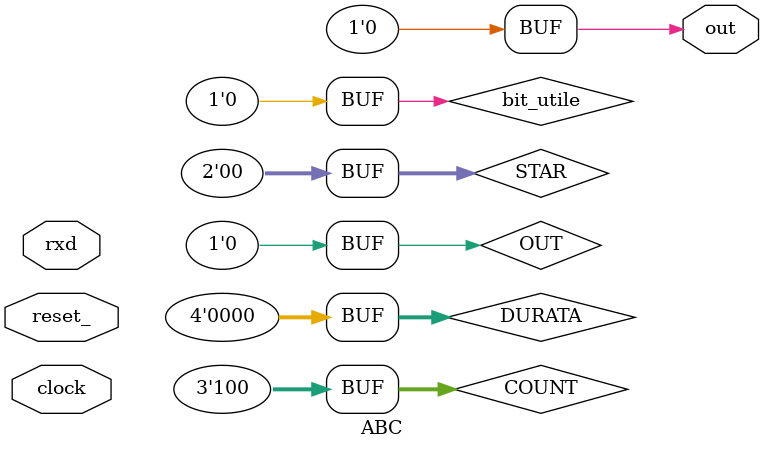
<source format=v>
module ABC(
    out, rxd, clock, reset_
);
    input clock, reset_;
    input rxd;
    output out;
    
    reg [3:0] DURATA;
    reg [3:0] BUFFER;
    reg [2:0] COUNT;
    
    reg OUT;
    assign out=OUT;
    
    reg [1:0] STAR; 
    localparam 
        S0=0,
        S1=1,
        S2=2,
        S3=3;

    // Come evidenziato nel testo, il bit DURATA[3] coincide con il bit utile
    wire bit_utile; 
    assign bit_utile = DURATA[3];

    always @(reset_==0) 
        begin 
            OUT <= 0;
            DURATA <= 0;
            COUNT <= 4;
            STAR <= S0;
        end

    always @(posedge clock) if (reset_==1) #3
        casex(STAR)
            S0:
                begin 
                    OUT <= 0;
                    DURATA <= DURATA + rxd;
                    STAR <= (rxd==0) ? S0 : S1;
                end
            S1:
                begin 
                    DURATA <= DURATA + rxd;
                    STAR <= (rxd==1) ? S1 : S2; 
                end
            S2:
                begin 
                    BUFFER <= {bit_utile, BUFFER[3:1]};
                    COUNT <= COUNT-1; 
                    DURATA <= 0; 
                    STAR <= (COUNT==1) ? S3 : S0; 
                end
            S3:
                begin 
                    OUT <= (BUFFER[3:2] == BUFFER[1:0]) ? 1 : 0; 
                    COUNT <= 4;
                    STAR <= S0; 
                end
        endcase

endmodule

</source>
